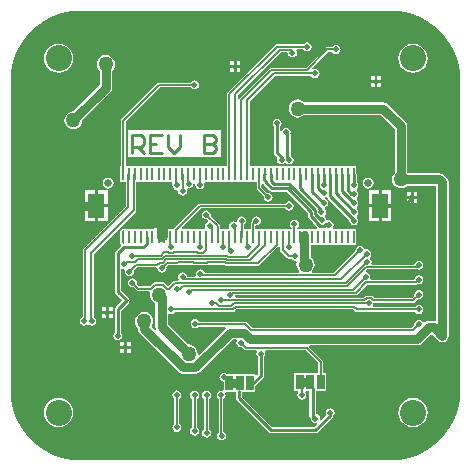
<source format=gtl>
G04 Layer_Physical_Order=1*
G04 Layer_Color=255*
%FSLAX42Y42*%
%MOMM*%
G71*
G01*
G75*
G04:AMPARAMS|DCode=10|XSize=0.25mm|YSize=1.12mm|CornerRadius=0.13mm|HoleSize=0mm|Usage=FLASHONLY|Rotation=180.000|XOffset=0mm|YOffset=0mm|HoleType=Round|Shape=RoundedRectangle|*
%AMROUNDEDRECTD10*
21,1,0.25,0.86,0,0,180.0*
21,1,0.00,1.12,0,0,180.0*
1,1,0.25,0.00,0.43*
1,1,0.25,0.00,0.43*
1,1,0.25,0.00,-0.43*
1,1,0.25,0.00,-0.43*
%
%ADD10ROUNDEDRECTD10*%
%ADD11R,0.25X1.12*%
%ADD12R,1.42X2.11*%
%ADD13R,0.64X1.27*%
%ADD14C,0.25*%
%ADD15C,0.80*%
%ADD16C,0.15*%
%ADD17C,0.15*%
%ADD18R,0.41X0.41*%
%ADD19C,2.21*%
%ADD20C,0.66*%
%ADD21R,0.41X0.41*%
%ADD22C,0.50*%
%ADD23C,1.27*%
%ADD24C,0.45*%
G36*
X7578Y6340D02*
X7625Y6332D01*
X7690Y6313D01*
X7753Y6287D01*
X7813Y6254D01*
X7868Y6215D01*
X7919Y6169D01*
X7965Y6118D01*
X8004Y6063D01*
X8037Y6003D01*
X8063Y5940D01*
X8082Y5875D01*
X8091Y5824D01*
X8090Y3053D01*
X8082Y3005D01*
X8063Y2940D01*
X8037Y2877D01*
X8004Y2817D01*
X7965Y2762D01*
X7919Y2711D01*
X7868Y2665D01*
X7813Y2626D01*
X7753Y2593D01*
X7690Y2567D01*
X7625Y2548D01*
X7577Y2540D01*
X4803Y2540D01*
X4755Y2548D01*
X4690Y2567D01*
X4627Y2593D01*
X4567Y2626D01*
X4512Y2665D01*
X4461Y2711D01*
X4415Y2762D01*
X4376Y2817D01*
X4343Y2877D01*
X4317Y2940D01*
X4298Y3005D01*
X4290Y3053D01*
X4290Y5827D01*
X4298Y5875D01*
X4317Y5940D01*
X4343Y6003D01*
X4376Y6063D01*
X4415Y6118D01*
X4461Y6169D01*
X4512Y6215D01*
X4567Y6254D01*
X4627Y6287D01*
X4690Y6313D01*
X4755Y6332D01*
X4803Y6340D01*
X7578Y6340D01*
D02*
G37*
%LPC*%
G36*
X4999Y4679D02*
X4915D01*
Y4561D01*
X4999D01*
Y4679D01*
D02*
G37*
G36*
X5108D02*
X5024D01*
Y4561D01*
X5108D01*
Y4679D01*
D02*
G37*
G36*
X5151Y3830D02*
X5118D01*
Y3797D01*
X5151D01*
Y3830D01*
D02*
G37*
G36*
Y3772D02*
X5118D01*
Y3739D01*
X5151D01*
Y3772D01*
D02*
G37*
G36*
X5093Y3830D02*
X5060D01*
Y3797D01*
X5093D01*
Y3830D01*
D02*
G37*
G36*
X5108Y4822D02*
X5024D01*
Y4704D01*
X5108D01*
Y4822D01*
D02*
G37*
G36*
X7400D02*
X7316D01*
Y4704D01*
X7400D01*
Y4822D01*
D02*
G37*
G36*
X4999D02*
X4915D01*
Y4704D01*
X4999D01*
Y4822D01*
D02*
G37*
G36*
X7400Y4679D02*
X7316D01*
Y4561D01*
X7400D01*
Y4679D01*
D02*
G37*
G36*
X7509D02*
X7426D01*
Y4561D01*
X7509D01*
Y4679D01*
D02*
G37*
G36*
X4691Y3063D02*
X4659Y3059D01*
X4629Y3046D01*
X4604Y3027D01*
X4584Y3001D01*
X4571Y2971D01*
X4567Y2939D01*
X4571Y2907D01*
X4584Y2877D01*
X4604Y2851D01*
X4629Y2831D01*
X4659Y2819D01*
X4691Y2815D01*
X4724Y2819D01*
X4754Y2831D01*
X4779Y2851D01*
X4799Y2877D01*
X4811Y2907D01*
X4816Y2939D01*
X4811Y2971D01*
X4799Y3001D01*
X4779Y3027D01*
X4754Y3046D01*
X4724Y3059D01*
X4691Y3063D01*
D02*
G37*
G36*
X7691D02*
X7659Y3059D01*
X7629Y3046D01*
X7603Y3027D01*
X7584Y3001D01*
X7571Y2971D01*
X7567Y2939D01*
X7571Y2907D01*
X7584Y2877D01*
X7603Y2851D01*
X7629Y2831D01*
X7659Y2819D01*
X7691Y2815D01*
X7723Y2819D01*
X7753Y2831D01*
X7779Y2851D01*
X7799Y2877D01*
X7811Y2907D01*
X7815Y2939D01*
X7811Y2971D01*
X7799Y3001D01*
X7779Y3027D01*
X7753Y3046D01*
X7723Y3059D01*
X7691Y3063D01*
D02*
G37*
G36*
X5691Y3127D02*
X5677Y3124D01*
X5664Y3116D01*
X5656Y3103D01*
X5653Y3089D01*
X5656Y3074D01*
X5664Y3061D01*
X5671Y3057D01*
Y2845D01*
X5664Y2841D01*
X5656Y2828D01*
X5653Y2814D01*
X5656Y2799D01*
X5664Y2786D01*
X5677Y2778D01*
X5691Y2775D01*
X5706Y2778D01*
X5718Y2786D01*
X5727Y2799D01*
X5730Y2814D01*
X5727Y2828D01*
X5718Y2841D01*
X5712Y2845D01*
Y3057D01*
X5718Y3061D01*
X5727Y3074D01*
X5730Y3089D01*
X5727Y3103D01*
X5718Y3116D01*
X5706Y3124D01*
X5691Y3127D01*
D02*
G37*
G36*
X5944Y3124D02*
X5929Y3121D01*
X5917Y3113D01*
X5908Y3101D01*
X5906Y3086D01*
X5908Y3071D01*
X5917Y3059D01*
X5923Y3054D01*
Y2798D01*
X5917Y2794D01*
X5908Y2781D01*
X5906Y2766D01*
X5908Y2752D01*
X5917Y2739D01*
X5929Y2731D01*
X5944Y2728D01*
X5959Y2731D01*
X5971Y2739D01*
X5979Y2752D01*
X5982Y2766D01*
X5979Y2781D01*
X5971Y2794D01*
X5965Y2798D01*
Y3054D01*
X5971Y3059D01*
X5979Y3071D01*
X5982Y3086D01*
X5979Y3101D01*
X5971Y3113D01*
X5959Y3121D01*
X5944Y3124D01*
D02*
G37*
G36*
X5842Y3126D02*
X5827Y3123D01*
X5815Y3115D01*
X5806Y3103D01*
X5804Y3088D01*
X5806Y3073D01*
X5815Y3061D01*
X5821Y3056D01*
Y2813D01*
X5815Y2808D01*
X5806Y2796D01*
X5804Y2781D01*
X5806Y2767D01*
X5815Y2754D01*
X5827Y2746D01*
X5842Y2743D01*
X5857Y2746D01*
X5869Y2754D01*
X5878Y2767D01*
X5880Y2781D01*
X5878Y2796D01*
X5869Y2808D01*
X5863Y2813D01*
Y3056D01*
X5869Y3061D01*
X5878Y3073D01*
X5880Y3088D01*
X5878Y3103D01*
X5869Y3115D01*
X5857Y3123D01*
X5842Y3126D01*
D02*
G37*
G36*
X5302Y3538D02*
X5269D01*
Y3505D01*
X5302D01*
Y3538D01*
D02*
G37*
G36*
X5093Y3772D02*
X5060D01*
Y3739D01*
X5093D01*
Y3772D01*
D02*
G37*
G36*
X5243Y3538D02*
X5210D01*
Y3505D01*
X5243D01*
Y3538D01*
D02*
G37*
G36*
Y3480D02*
X5210D01*
Y3447D01*
X5243D01*
Y3480D01*
D02*
G37*
G36*
X5302D02*
X5269D01*
Y3447D01*
X5302D01*
Y3480D01*
D02*
G37*
G36*
X4691Y6063D02*
X4659Y6059D01*
X4629Y6046D01*
X4604Y6026D01*
X4584Y6001D01*
X4571Y5971D01*
X4567Y5939D01*
X4571Y5906D01*
X4584Y5876D01*
X4604Y5851D01*
X4629Y5831D01*
X4659Y5819D01*
X4691Y5814D01*
X4724Y5819D01*
X4754Y5831D01*
X4779Y5851D01*
X4799Y5876D01*
X4811Y5906D01*
X4816Y5939D01*
X4811Y5971D01*
X4799Y6001D01*
X4779Y6026D01*
X4754Y6046D01*
X4724Y6059D01*
X4691Y6063D01*
D02*
G37*
G36*
X7691D02*
X7659Y6059D01*
X7629Y6046D01*
X7603Y6026D01*
X7584Y6001D01*
X7571Y5971D01*
X7567Y5939D01*
X7571Y5906D01*
X7584Y5876D01*
X7603Y5851D01*
X7629Y5831D01*
X7659Y5819D01*
X7691Y5814D01*
X7723Y5819D01*
X7753Y5831D01*
X7779Y5851D01*
X7799Y5876D01*
X7811Y5906D01*
X7815Y5939D01*
X7811Y5971D01*
X7799Y6001D01*
X7779Y6026D01*
X7753Y6046D01*
X7723Y6059D01*
X7691Y6063D01*
D02*
G37*
G36*
X7424Y5786D02*
X7391D01*
Y5753D01*
X7424D01*
Y5786D01*
D02*
G37*
G36*
Y5728D02*
X7391D01*
Y5695D01*
X7424D01*
Y5728D01*
D02*
G37*
G36*
X7366Y5786D02*
X7333D01*
Y5753D01*
X7366D01*
Y5786D01*
D02*
G37*
G36*
X6231Y5913D02*
X6198D01*
Y5880D01*
X6231D01*
Y5913D01*
D02*
G37*
G36*
X6794Y6074D02*
X6780Y6071D01*
X6767Y6063D01*
X6765Y6059D01*
X6541D01*
X6541Y6059D01*
X6533Y6058D01*
X6527Y6053D01*
X6122Y5649D01*
X6118Y5642D01*
X6116Y5634D01*
Y5025D01*
X5258D01*
Y5401D01*
X5550Y5693D01*
X5810D01*
X5814Y5686D01*
X5827Y5678D01*
X5841Y5675D01*
X5856Y5678D01*
X5868Y5686D01*
X5877Y5699D01*
X5880Y5714D01*
X5877Y5728D01*
X5868Y5741D01*
X5856Y5749D01*
X5841Y5752D01*
X5827Y5749D01*
X5814Y5741D01*
X5810Y5734D01*
X5541D01*
X5533Y5733D01*
X5531Y5731D01*
X5527Y5728D01*
X5527Y5728D01*
X5223Y5425D01*
X5218Y5418D01*
X5217Y5410D01*
X5217Y5410D01*
Y5025D01*
X5212D01*
Y4888D01*
X5258D01*
Y4684D01*
X4901Y4327D01*
X4896Y4321D01*
X4895Y4313D01*
Y3749D01*
X4895Y3749D01*
X4882Y3741D01*
X4874Y3728D01*
X4871Y3714D01*
X4874Y3699D01*
X4882Y3686D01*
X4895Y3678D01*
X4910Y3675D01*
X4924Y3678D01*
X4932Y3683D01*
X4941Y3685D01*
X4950Y3683D01*
X4957Y3678D01*
X4972Y3675D01*
X4987Y3678D01*
X4999Y3686D01*
X5008Y3699D01*
X5011Y3714D01*
X5008Y3728D01*
X4999Y3741D01*
X4987Y3749D01*
X4987Y3749D01*
Y4283D01*
X5344Y4640D01*
X5348Y4647D01*
X5350Y4655D01*
Y4888D01*
X5648D01*
X5655Y4875D01*
X5653Y4864D01*
X5656Y4849D01*
X5664Y4836D01*
X5677Y4828D01*
X5691Y4825D01*
X5694Y4826D01*
X5703Y4817D01*
X5703Y4814D01*
X5706Y4799D01*
X5714Y4786D01*
X5727Y4778D01*
X5741Y4775D01*
X5756Y4778D01*
X5768Y4786D01*
X5777Y4799D01*
X5780Y4814D01*
X5777Y4828D01*
X5784Y4840D01*
X5791Y4838D01*
X5806Y4841D01*
X5818Y4850D01*
X5827Y4862D01*
X5830Y4877D01*
X5841Y4880D01*
X5850Y4868D01*
X5849Y4867D01*
X5852Y4852D01*
X5861Y4840D01*
X5873Y4832D01*
X5888Y4829D01*
X5902Y4832D01*
X5915Y4840D01*
X5923Y4852D01*
X5926Y4867D01*
X5925Y4875D01*
X5933Y4888D01*
X6367D01*
Y4839D01*
X6369Y4831D01*
X6373Y4824D01*
X6427Y4770D01*
X6426Y4762D01*
X6429Y4748D01*
X6437Y4735D01*
X6450Y4727D01*
X6464Y4724D01*
X6479Y4727D01*
X6491Y4735D01*
X6500Y4748D01*
X6503Y4762D01*
X6500Y4777D01*
X6491Y4790D01*
X6479Y4798D01*
X6464Y4801D01*
X6457Y4799D01*
X6408Y4847D01*
Y4868D01*
X6421Y4877D01*
X6426Y4876D01*
X6431Y4868D01*
X6481Y4819D01*
X6489Y4813D01*
X6499Y4811D01*
X6619D01*
X6802Y4628D01*
Y4602D01*
X6804Y4592D01*
X6809Y4584D01*
X6846Y4547D01*
X6847Y4541D01*
X6853Y4533D01*
X6880Y4506D01*
X6877Y4495D01*
X6875Y4493D01*
X6716D01*
X6712Y4506D01*
X6715Y4508D01*
X6723Y4521D01*
X6726Y4535D01*
X6723Y4550D01*
X6715Y4562D01*
X6703Y4571D01*
X6688Y4574D01*
X6673Y4571D01*
X6661Y4562D01*
X6652Y4550D01*
X6649Y4535D01*
X6652Y4521D01*
X6661Y4508D01*
X6664Y4506D01*
X6660Y4493D01*
X6358D01*
Y4514D01*
X6366Y4525D01*
X6381Y4528D01*
X6393Y4536D01*
X6402Y4549D01*
X6405Y4564D01*
X6402Y4578D01*
X6393Y4591D01*
X6381Y4599D01*
X6366Y4602D01*
X6352Y4599D01*
X6339Y4591D01*
X6331Y4578D01*
X6328Y4564D01*
X6329Y4556D01*
X6323Y4550D01*
X6319Y4543D01*
X6317Y4535D01*
Y4493D01*
X6262D01*
Y4532D01*
X6268Y4536D01*
X6277Y4549D01*
X6280Y4564D01*
X6277Y4578D01*
X6268Y4591D01*
X6256Y4599D01*
X6241Y4602D01*
X6227Y4599D01*
X6214Y4591D01*
X6206Y4578D01*
X6203Y4564D01*
X6203Y4561D01*
X6192Y4553D01*
X6187Y4557D01*
X6172Y4560D01*
X6157Y4557D01*
X6145Y4548D01*
X6137Y4536D01*
X6134Y4521D01*
X6137Y4506D01*
X6137Y4506D01*
X6130Y4493D01*
X6058D01*
Y4517D01*
X6057Y4525D01*
X6052Y4532D01*
X5978Y4606D01*
X5980Y4614D01*
X5977Y4628D01*
X5968Y4641D01*
X5956Y4649D01*
X5941Y4652D01*
X5927Y4649D01*
X5914Y4641D01*
X5906Y4628D01*
X5903Y4614D01*
X5906Y4599D01*
X5914Y4586D01*
X5927Y4578D01*
X5941Y4575D01*
X5947Y4576D01*
X5956Y4567D01*
X5952Y4555D01*
X5942Y4548D01*
X5933Y4536D01*
X5931Y4521D01*
X5933Y4506D01*
X5934Y4506D01*
X5927Y4493D01*
X5741D01*
X5736Y4505D01*
X5899Y4668D01*
X6610D01*
X6614Y4661D01*
X6627Y4653D01*
X6641Y4650D01*
X6656Y4653D01*
X6668Y4661D01*
X6677Y4674D01*
X6680Y4689D01*
X6677Y4703D01*
X6668Y4716D01*
X6656Y4724D01*
X6641Y4727D01*
X6627Y4724D01*
X6614Y4716D01*
X6610Y4709D01*
X5890D01*
X5882Y4708D01*
X5876Y4703D01*
X5672Y4500D01*
X5668Y4493D01*
X5668Y4493D01*
X5624D01*
Y4506D01*
X5598D01*
Y4425D01*
X5573D01*
Y4506D01*
X5550D01*
Y4425D01*
X5524D01*
Y4506D01*
X5499D01*
Y4493D01*
X5260D01*
X5260Y4493D01*
Y4493D01*
X5248Y4492D01*
X5247Y4492D01*
X5237Y4494D01*
X5228Y4492D01*
X5219Y4486D01*
X5214Y4478D01*
X5212Y4468D01*
Y4381D01*
X5214Y4372D01*
X5219Y4363D01*
X5216Y4350D01*
X5173Y4307D01*
X5167Y4298D01*
X5165Y4288D01*
Y3964D01*
X5167Y3954D01*
X5173Y3946D01*
X5230Y3889D01*
X5173Y3832D01*
X5167Y3824D01*
X5165Y3814D01*
Y3617D01*
X5164Y3616D01*
X5156Y3603D01*
X5153Y3589D01*
X5156Y3574D01*
X5164Y3561D01*
X5177Y3553D01*
X5191Y3550D01*
X5206Y3553D01*
X5218Y3561D01*
X5227Y3574D01*
X5230Y3589D01*
X5227Y3603D01*
X5218Y3616D01*
X5217Y3617D01*
Y3803D01*
X5285Y3870D01*
X5290Y3879D01*
X5292Y3889D01*
X5290Y3899D01*
X5285Y3907D01*
X5217Y3975D01*
Y4152D01*
X5229Y4159D01*
X5241Y4157D01*
X5248Y4158D01*
X5256Y4147D01*
X5253Y4132D01*
X5256Y4118D01*
X5264Y4105D01*
X5277Y4097D01*
X5291Y4094D01*
X5306Y4097D01*
X5318Y4105D01*
X5327Y4118D01*
X5330Y4132D01*
X5328Y4140D01*
X5356Y4168D01*
X5516D01*
X5528Y4164D01*
X5531Y4149D01*
X5539Y4136D01*
X5552Y4128D01*
X5566Y4125D01*
X5581Y4128D01*
X5593Y4136D01*
X5602Y4149D01*
X5605Y4164D01*
X5603Y4171D01*
X5621Y4190D01*
X5694D01*
X5702Y4191D01*
X5705Y4193D01*
X5828D01*
X5830Y4191D01*
X5838Y4190D01*
X5944D01*
X5952Y4191D01*
X5955Y4193D01*
X6088D01*
X6091Y4190D01*
X6097Y4186D01*
X6105Y4184D01*
X6382D01*
X6390Y4186D01*
X6397Y4190D01*
X6552Y4346D01*
X6555Y4349D01*
X6567Y4345D01*
Y4317D01*
X6569Y4309D01*
X6573Y4302D01*
X6627Y4249D01*
X6633Y4245D01*
X6641Y4243D01*
X6660D01*
X6664Y4236D01*
X6677Y4228D01*
X6691Y4225D01*
X6701Y4227D01*
X6710Y4217D01*
X6708Y4211D01*
X6705Y4191D01*
X6708Y4171D01*
X6715Y4153D01*
X6727Y4137D01*
X6729Y4136D01*
X6725Y4123D01*
X5941D01*
X5941Y4123D01*
X5928D01*
X5927Y4128D01*
X5918Y4141D01*
X5906Y4149D01*
X5891Y4152D01*
X5877Y4149D01*
X5864Y4141D01*
X5856Y4128D01*
X5853Y4114D01*
X5855Y4102D01*
X5848Y4089D01*
X5780D01*
X5777Y4103D01*
X5768Y4116D01*
X5756Y4124D01*
X5741Y4127D01*
X5727Y4124D01*
X5714Y4116D01*
X5706Y4103D01*
X5703Y4089D01*
X5706Y4074D01*
X5709Y4069D01*
X5702Y4057D01*
X5675D01*
X5667Y4055D01*
X5660Y4051D01*
X5619Y4009D01*
X5618D01*
X5590Y4037D01*
X5584Y4041D01*
X5576Y4043D01*
X5507D01*
X5499Y4041D01*
X5492Y4037D01*
X5464Y4009D01*
X5375D01*
X5353Y4031D01*
X5355Y4039D01*
X5352Y4053D01*
X5343Y4066D01*
X5331Y4074D01*
X5316Y4077D01*
X5302Y4074D01*
X5289Y4066D01*
X5281Y4053D01*
X5278Y4039D01*
X5281Y4024D01*
X5289Y4011D01*
X5302Y4003D01*
X5316Y4000D01*
X5324Y4002D01*
X5352Y3974D01*
X5358Y3970D01*
X5366Y3968D01*
X5459D01*
X5467Y3955D01*
X5464Y3939D01*
X5467Y3919D01*
X5475Y3900D01*
X5487Y3884D01*
X5503Y3872D01*
X5510Y3869D01*
Y3666D01*
X5514Y3646D01*
X5514Y3645D01*
X5504Y3637D01*
X5476Y3666D01*
X5483Y3675D01*
X5490Y3694D01*
X5493Y3714D01*
X5490Y3734D01*
X5483Y3752D01*
X5471Y3768D01*
X5455Y3780D01*
X5436Y3788D01*
X5416Y3791D01*
X5396Y3788D01*
X5378Y3780D01*
X5362Y3768D01*
X5350Y3752D01*
X5342Y3734D01*
X5339Y3714D01*
X5342Y3694D01*
X5350Y3675D01*
X5362Y3659D01*
X5363Y3659D01*
Y3649D01*
X5367Y3629D01*
X5378Y3611D01*
X5705Y3284D01*
X5723Y3273D01*
X5743Y3269D01*
X5850D01*
X5871Y3273D01*
X5888Y3284D01*
X6166Y3562D01*
X6196D01*
X6203Y3549D01*
X6200Y3545D01*
X6197Y3531D01*
X6200Y3516D01*
X6209Y3503D01*
X6221Y3495D01*
X6236Y3492D01*
X6243Y3494D01*
X6263Y3474D01*
X6270Y3470D01*
X6278Y3468D01*
X6362D01*
X6369Y3455D01*
X6368Y3454D01*
X6365Y3439D01*
X6368Y3425D01*
X6376Y3412D01*
X6378Y3411D01*
Y3262D01*
X6368Y3252D01*
X6356Y3257D01*
Y3264D01*
X6120D01*
X6118Y3266D01*
X6106Y3274D01*
X6091Y3277D01*
X6077Y3274D01*
X6064Y3266D01*
X6056Y3253D01*
X6053Y3239D01*
X6056Y3224D01*
X6064Y3211D01*
X6077Y3203D01*
X6090Y3201D01*
Y3132D01*
X6077Y3124D01*
X6067Y3126D01*
X6052Y3124D01*
X6040Y3115D01*
X6031Y3103D01*
X6028Y3088D01*
X6031Y3073D01*
X6040Y3061D01*
X6046Y3057D01*
Y2772D01*
X6043Y2770D01*
X6035Y2758D01*
X6032Y2743D01*
X6035Y2728D01*
X6043Y2716D01*
X6056Y2708D01*
X6071Y2705D01*
X6085Y2708D01*
X6098Y2716D01*
X6106Y2728D01*
X6109Y2743D01*
X6106Y2758D01*
X6098Y2770D01*
X6087Y2778D01*
Y3056D01*
X6094Y3061D01*
X6102Y3073D01*
X6105Y3088D01*
X6103Y3099D01*
X6111Y3111D01*
X6190D01*
Y3064D01*
X6192Y3054D01*
X6198Y3045D01*
X6473Y2770D01*
X6481Y2765D01*
X6491Y2763D01*
X6866D01*
X6876Y2765D01*
X6885Y2770D01*
X7010Y2895D01*
X7015Y2904D01*
X7016Y2910D01*
X7018Y2911D01*
X7027Y2924D01*
X7030Y2939D01*
X7027Y2953D01*
X7018Y2966D01*
X7006Y2974D01*
X6991Y2977D01*
X6977Y2974D01*
X6964Y2966D01*
X6956Y2953D01*
X6953Y2939D01*
X6956Y2924D01*
X6959Y2918D01*
X6915Y2874D01*
X6903Y2880D01*
X6905Y2889D01*
X6902Y2903D01*
X6893Y2916D01*
X6881Y2924D01*
X6867Y2927D01*
Y3124D01*
X6953D01*
Y3277D01*
X6929D01*
Y3371D01*
X6928Y3379D01*
X6923Y3386D01*
X6812Y3497D01*
X6817Y3510D01*
X7726D01*
X7747Y3514D01*
X7764Y3526D01*
X7846Y3608D01*
X7903Y3551D01*
X7921Y3539D01*
X7941Y3535D01*
X7962Y3539D01*
X7979Y3551D01*
X7991Y3568D01*
X7995Y3589D01*
Y4889D01*
X7991Y4909D01*
X7979Y4927D01*
X7954Y4952D01*
X7937Y4963D01*
X7916Y4967D01*
X7646D01*
X7646Y4968D01*
X7645Y4968D01*
Y5364D01*
X7641Y5384D01*
X7629Y5402D01*
X7479Y5552D01*
X7462Y5563D01*
X7441Y5567D01*
X6771D01*
X6771Y5568D01*
X6755Y5580D01*
X6736Y5588D01*
X6716Y5591D01*
X6696Y5588D01*
X6678Y5580D01*
X6662Y5568D01*
X6650Y5552D01*
X6642Y5534D01*
X6639Y5514D01*
X6642Y5494D01*
X6650Y5475D01*
X6662Y5459D01*
X6678Y5447D01*
X6696Y5439D01*
X6716Y5437D01*
X6736Y5439D01*
X6755Y5447D01*
X6771Y5459D01*
X6771Y5460D01*
X7419D01*
X7538Y5341D01*
Y4968D01*
X7537Y4968D01*
X7525Y4952D01*
X7517Y4934D01*
X7514Y4914D01*
X7517Y4894D01*
X7525Y4875D01*
X7537Y4859D01*
X7553Y4847D01*
X7571Y4839D01*
X7591Y4837D01*
X7611Y4839D01*
X7630Y4847D01*
X7646Y4859D01*
X7646Y4860D01*
X7888D01*
Y3726D01*
X7875Y3716D01*
X7866Y3717D01*
X7826D01*
X7806Y3713D01*
X7790Y3703D01*
X7784Y3703D01*
X7784Y3703D01*
X7775Y3706D01*
X7768Y3716D01*
X7756Y3724D01*
X7741Y3727D01*
X7727Y3724D01*
X7714Y3716D01*
X7706Y3703D01*
X7703Y3689D01*
X7704Y3681D01*
X7683Y3659D01*
X6331D01*
X6287Y3703D01*
X6281Y3708D01*
X6273Y3709D01*
X5881D01*
X5873Y3721D01*
X5861Y3729D01*
X5846Y3732D01*
X5831Y3729D01*
X5819Y3721D01*
X5811Y3708D01*
X5808Y3693D01*
X5811Y3679D01*
X5819Y3666D01*
X5831Y3658D01*
X5846Y3655D01*
X5861Y3658D01*
X5873Y3666D01*
X5874Y3668D01*
X6104D01*
X6108Y3655D01*
X6105Y3654D01*
X5880Y3428D01*
X5867Y3434D01*
X5868Y3439D01*
X5865Y3459D01*
X5858Y3477D01*
X5846Y3493D01*
X5830Y3505D01*
X5811Y3513D01*
X5791Y3516D01*
X5790Y3515D01*
X5617Y3689D01*
Y3770D01*
X5630Y3777D01*
X5641Y3775D01*
X5656Y3778D01*
X5668Y3786D01*
X5673Y3793D01*
X6166D01*
X6174Y3795D01*
X6181Y3799D01*
X6197Y3815D01*
X7185D01*
X7202Y3799D01*
X7208Y3795D01*
X7216Y3793D01*
X7710D01*
X7714Y3786D01*
X7727Y3778D01*
X7741Y3775D01*
X7756Y3778D01*
X7768Y3786D01*
X7777Y3799D01*
X7780Y3814D01*
X7777Y3828D01*
X7768Y3841D01*
X7756Y3849D01*
X7741Y3852D01*
X7727Y3849D01*
X7714Y3841D01*
X7710Y3834D01*
X7357D01*
X7350Y3847D01*
X7352Y3849D01*
X7355Y3864D01*
X7367Y3868D01*
X7691D01*
X7699Y3870D01*
X7706Y3874D01*
X7733Y3901D01*
X7741Y3900D01*
X7755Y3902D01*
X7768Y3911D01*
X7776Y3923D01*
X7779Y3938D01*
X7776Y3953D01*
X7768Y3965D01*
X7755Y3974D01*
X7741Y3976D01*
X7726Y3974D01*
X7713Y3965D01*
X7705Y3953D01*
X7702Y3938D01*
X7704Y3930D01*
X7683Y3909D01*
X7364D01*
X7350Y3923D01*
X7343Y3928D01*
X7335Y3929D01*
X7298D01*
X7290Y3928D01*
X7283Y3923D01*
X7283Y3923D01*
X7271Y3912D01*
X6190D01*
X6183Y3924D01*
X6187Y3932D01*
X7205D01*
X7213Y3934D01*
X7220Y3938D01*
X7305Y4023D01*
X7720D01*
X7728Y4024D01*
X7733Y4028D01*
X7741Y4026D01*
X7756Y4029D01*
X7768Y4037D01*
X7777Y4050D01*
X7780Y4064D01*
X7777Y4079D01*
X7768Y4092D01*
X7756Y4100D01*
X7741Y4103D01*
X7727Y4100D01*
X7714Y4092D01*
X7706Y4079D01*
X7703Y4064D01*
X7703Y4064D01*
X7334D01*
X7327Y4077D01*
X7330Y4089D01*
X7327Y4103D01*
X7318Y4116D01*
X7306Y4124D01*
X7298Y4126D01*
X7294Y4140D01*
X7305Y4151D01*
X7724D01*
X7731Y4152D01*
X7741Y4150D01*
X7756Y4153D01*
X7768Y4161D01*
X7777Y4174D01*
X7779Y4188D01*
X7777Y4203D01*
X7768Y4216D01*
X7756Y4224D01*
X7741Y4227D01*
X7726Y4224D01*
X7714Y4216D01*
X7706Y4203D01*
X7703Y4192D01*
X7346D01*
X7339Y4204D01*
X7341Y4216D01*
X7338Y4231D01*
X7330Y4244D01*
X7328Y4245D01*
Y4245D01*
X7329Y4259D01*
X7336Y4269D01*
X7339Y4284D01*
X7336Y4299D01*
X7328Y4311D01*
X7315Y4320D01*
X7300Y4323D01*
X7286Y4320D01*
X7283Y4321D01*
X7276Y4329D01*
X7268Y4341D01*
X7256Y4349D01*
X7241Y4352D01*
X7227Y4349D01*
X7214Y4341D01*
X7206Y4328D01*
X7203Y4314D01*
X7204Y4306D01*
X7021Y4123D01*
X6839D01*
X6835Y4136D01*
X6836Y4137D01*
X6848Y4153D01*
X6856Y4171D01*
X6859Y4191D01*
X6856Y4211D01*
X6848Y4229D01*
X6836Y4245D01*
X6826Y4253D01*
Y4356D01*
X7213D01*
Y4493D01*
X7017D01*
X7016Y4494D01*
X7012Y4506D01*
X7018Y4515D01*
X7021Y4530D01*
X7018Y4544D01*
X7009Y4557D01*
X6997Y4565D01*
X6982Y4568D01*
X6972Y4566D01*
X6963Y4570D01*
X6959Y4575D01*
X6957Y4587D01*
X6949Y4599D01*
X6947Y4600D01*
X6946Y4616D01*
X6952Y4624D01*
X6955Y4639D01*
X6952Y4653D01*
X6946Y4663D01*
X6949Y4675D01*
X6950Y4677D01*
X6961Y4685D01*
X6970Y4697D01*
X6973Y4712D01*
X6970Y4726D01*
X6961Y4739D01*
X6949Y4747D01*
X6945Y4748D01*
X6943Y4751D01*
X6949Y4765D01*
X6950Y4766D01*
X6964Y4761D01*
X6970Y4752D01*
X7154Y4568D01*
X7153Y4564D01*
X7156Y4549D01*
X7164Y4536D01*
X7177Y4528D01*
X7191Y4525D01*
X7206Y4528D01*
X7218Y4536D01*
X7227Y4549D01*
X7230Y4564D01*
X7227Y4578D01*
X7218Y4591D01*
X7214Y4594D01*
Y4609D01*
X7218Y4611D01*
X7227Y4624D01*
X7230Y4639D01*
X7227Y4653D01*
X7218Y4666D01*
X7214Y4669D01*
Y4684D01*
X7218Y4686D01*
X7227Y4699D01*
X7230Y4714D01*
X7227Y4728D01*
X7218Y4741D01*
X7214Y4744D01*
Y4759D01*
X7218Y4761D01*
X7227Y4774D01*
X7230Y4789D01*
X7227Y4803D01*
X7218Y4816D01*
X7214Y4819D01*
Y4834D01*
X7218Y4836D01*
X7227Y4849D01*
X7230Y4864D01*
X7227Y4878D01*
X7218Y4891D01*
X7214Y4894D01*
Y4956D01*
X7213Y4959D01*
Y5025D01*
X6308D01*
Y5577D01*
X6522Y5790D01*
X6832D01*
X6836Y5784D01*
X6849Y5775D01*
X6864Y5773D01*
X6878Y5775D01*
X6891Y5784D01*
X6899Y5796D01*
X6902Y5811D01*
X6899Y5826D01*
X6891Y5838D01*
X6878Y5846D01*
X6864Y5849D01*
X6849Y5846D01*
X6841Y5841D01*
X6833Y5851D01*
X6975Y5993D01*
X7010D01*
X7014Y5986D01*
X7027Y5978D01*
X7041Y5975D01*
X7056Y5978D01*
X7068Y5986D01*
X7077Y5999D01*
X7080Y6014D01*
X7077Y6028D01*
X7068Y6041D01*
X7056Y6049D01*
X7041Y6052D01*
X7027Y6049D01*
X7014Y6041D01*
X7010Y6034D01*
X6966D01*
X6958Y6033D01*
X6952Y6028D01*
X6783Y5859D01*
X6491D01*
X6491Y5859D01*
X6483Y5858D01*
X6477Y5853D01*
X6223Y5600D01*
X6221Y5596D01*
X6208Y5599D01*
Y5626D01*
X6572Y5990D01*
X6627D01*
X6632Y5985D01*
X6635Y5970D01*
X6643Y5958D01*
X6655Y5949D01*
X6670Y5946D01*
X6685Y5949D01*
X6697Y5958D01*
X6706Y5970D01*
X6708Y5985D01*
X6706Y6000D01*
X6702Y6005D01*
X6708Y6018D01*
X6761D01*
X6767Y6008D01*
X6780Y6000D01*
X6794Y5997D01*
X6809Y6000D01*
X6822Y6008D01*
X6830Y6021D01*
X6833Y6035D01*
X6830Y6050D01*
X6822Y6063D01*
X6809Y6071D01*
X6794Y6074D01*
D02*
G37*
G36*
X6172Y5913D02*
X6139D01*
Y5880D01*
X6172D01*
Y5913D01*
D02*
G37*
G36*
Y5855D02*
X6139D01*
Y5822D01*
X6172D01*
Y5855D01*
D02*
G37*
G36*
X6231D02*
X6198D01*
Y5822D01*
X6231D01*
Y5855D01*
D02*
G37*
G36*
X7366Y5728D02*
X7333D01*
Y5695D01*
X7366D01*
Y5728D01*
D02*
G37*
G36*
X7671Y4808D02*
X7638D01*
Y4775D01*
X7671D01*
Y4808D01*
D02*
G37*
G36*
X7729D02*
X7696D01*
Y4775D01*
X7729D01*
Y4808D01*
D02*
G37*
G36*
Y4750D02*
X7696D01*
Y4717D01*
X7729D01*
Y4750D01*
D02*
G37*
G36*
X7509Y4822D02*
X7426D01*
Y4704D01*
X7509D01*
Y4822D01*
D02*
G37*
G36*
X7671Y4750D02*
X7638D01*
Y4717D01*
X7671D01*
Y4750D01*
D02*
G37*
G36*
X5110Y4928D02*
X5093Y4924D01*
X5078Y4914D01*
X5067Y4899D01*
X5064Y4881D01*
X5067Y4864D01*
X5078Y4848D01*
X5093Y4838D01*
X5110Y4835D01*
X5128Y4838D01*
X5143Y4848D01*
X5154Y4864D01*
X5157Y4881D01*
X5154Y4899D01*
X5143Y4914D01*
X5128Y4924D01*
X5110Y4928D01*
D02*
G37*
G36*
X6065Y5329D02*
X5278D01*
Y5101D01*
X6065D01*
Y5329D01*
D02*
G37*
G36*
X5091Y5966D02*
X5071Y5963D01*
X5053Y5955D01*
X5037Y5943D01*
X5025Y5927D01*
X5017Y5909D01*
X5014Y5889D01*
X5017Y5869D01*
X5025Y5850D01*
X5037Y5834D01*
X5038Y5834D01*
Y5711D01*
X4817Y5490D01*
X4816Y5491D01*
X4796Y5488D01*
X4778Y5480D01*
X4762Y5468D01*
X4750Y5452D01*
X4742Y5434D01*
X4739Y5414D01*
X4742Y5394D01*
X4750Y5375D01*
X4762Y5359D01*
X4778Y5347D01*
X4796Y5339D01*
X4816Y5337D01*
X4836Y5339D01*
X4855Y5347D01*
X4871Y5359D01*
X4883Y5375D01*
X4890Y5394D01*
X4893Y5414D01*
X4893Y5414D01*
X5129Y5651D01*
X5141Y5668D01*
X5145Y5689D01*
Y5834D01*
X5146Y5834D01*
X5158Y5850D01*
X5165Y5869D01*
X5168Y5889D01*
X5165Y5909D01*
X5158Y5927D01*
X5146Y5943D01*
X5130Y5955D01*
X5111Y5963D01*
X5091Y5966D01*
D02*
G37*
G36*
X6541Y5427D02*
X6527Y5424D01*
X6514Y5416D01*
X6506Y5403D01*
X6503Y5389D01*
X6506Y5374D01*
X6514Y5361D01*
X6515Y5361D01*
Y5137D01*
X6517Y5127D01*
X6523Y5119D01*
X6545Y5097D01*
X6543Y5095D01*
X6540Y5080D01*
X6543Y5065D01*
X6551Y5053D01*
X6564Y5044D01*
X6579Y5042D01*
X6593Y5044D01*
X6602Y5050D01*
X6610Y5052D01*
X6619Y5050D01*
X6627Y5044D01*
X6642Y5042D01*
X6657Y5044D01*
X6669Y5053D01*
X6678Y5065D01*
X6681Y5080D01*
X6678Y5095D01*
X6669Y5107D01*
X6657Y5116D01*
X6655Y5116D01*
Y5301D01*
X6654Y5308D01*
X6655Y5314D01*
X6652Y5328D01*
X6643Y5341D01*
X6631Y5349D01*
X6616Y5352D01*
X6602Y5349D01*
X6589Y5341D01*
X6581Y5328D01*
X6580Y5324D01*
X6567Y5325D01*
Y5361D01*
X6568Y5361D01*
X6577Y5374D01*
X6580Y5389D01*
X6577Y5403D01*
X6568Y5416D01*
X6556Y5424D01*
X6541Y5427D01*
D02*
G37*
G36*
X7313Y4928D02*
X7295Y4924D01*
X7280Y4914D01*
X7270Y4899D01*
X7266Y4881D01*
X7270Y4864D01*
X7280Y4848D01*
X7295Y4838D01*
X7313Y4835D01*
X7331Y4838D01*
X7346Y4848D01*
X7356Y4864D01*
X7359Y4881D01*
X7356Y4899D01*
X7346Y4914D01*
X7331Y4924D01*
X7313Y4928D01*
D02*
G37*
%LPD*%
G36*
X6888Y3363D02*
Y3277D01*
X6687D01*
Y3202D01*
X6686Y3200D01*
X6687Y3199D01*
Y3124D01*
X6715D01*
X6720Y3111D01*
X6715Y3103D01*
X6712Y3089D01*
X6715Y3074D01*
X6723Y3061D01*
X6736Y3053D01*
X6750Y3050D01*
X6765Y3053D01*
X6778Y3061D01*
X6786Y3074D01*
X6789Y3089D01*
X6786Y3103D01*
X6780Y3111D01*
X6786Y3124D01*
X6815D01*
Y2914D01*
X6817Y2904D01*
X6823Y2895D01*
X6828Y2890D01*
X6828Y2889D01*
X6831Y2874D01*
X6839Y2861D01*
X6852Y2853D01*
X6866Y2850D01*
X6875Y2852D01*
X6881Y2840D01*
X6856Y2815D01*
X6502D01*
X6242Y3074D01*
Y3111D01*
X6356D01*
Y3168D01*
X6360Y3170D01*
X6422Y3233D01*
X6428Y3241D01*
X6430Y3251D01*
Y3411D01*
X6431Y3412D01*
X6439Y3425D01*
X6442Y3439D01*
X6439Y3454D01*
X6438Y3455D01*
X6445Y3468D01*
X6783D01*
X6888Y3363D01*
D02*
G37*
D10*
X5237Y4425D02*
D03*
D11*
X5286D02*
D03*
X5337D02*
D03*
X5387D02*
D03*
X5436D02*
D03*
X5486D02*
D03*
X5537D02*
D03*
X5585D02*
D03*
X5636D02*
D03*
X5687D02*
D03*
X5735D02*
D03*
X5786D02*
D03*
X5837D02*
D03*
X5888D02*
D03*
X5936D02*
D03*
X5987D02*
D03*
X6038D02*
D03*
X6086D02*
D03*
X6137D02*
D03*
X6187D02*
D03*
X6238D02*
D03*
X6288D02*
D03*
X6338D02*
D03*
X6388D02*
D03*
X6438D02*
D03*
X6488D02*
D03*
X6538D02*
D03*
X6588D02*
D03*
X6638D02*
D03*
X6688D02*
D03*
X5237Y4956D02*
D03*
X5286D02*
D03*
X5337D02*
D03*
X5387D02*
D03*
X5436D02*
D03*
X5486D02*
D03*
X5537D02*
D03*
X5585D02*
D03*
X5636D02*
D03*
X5687D02*
D03*
X5735D02*
D03*
X5786D02*
D03*
X5837D02*
D03*
X5888D02*
D03*
X5936D02*
D03*
X5987D02*
D03*
X6038D02*
D03*
X6086D02*
D03*
X6137D02*
D03*
X6187D02*
D03*
X6238D02*
D03*
X6288D02*
D03*
X6338D02*
D03*
X6388D02*
D03*
X6438D02*
D03*
X6488D02*
D03*
X6538D02*
D03*
X6588D02*
D03*
X6638D02*
D03*
X6688D02*
D03*
X6738Y4425D02*
D03*
Y4956D02*
D03*
X6788Y4425D02*
D03*
Y4956D02*
D03*
X6838Y4425D02*
D03*
Y4956D02*
D03*
X6888Y4425D02*
D03*
Y4956D02*
D03*
X6938Y4425D02*
D03*
Y4956D02*
D03*
X6988Y4425D02*
D03*
Y4956D02*
D03*
X7038Y4425D02*
D03*
Y4956D02*
D03*
X7088Y4425D02*
D03*
Y4956D02*
D03*
X7138Y4425D02*
D03*
Y4956D02*
D03*
X7188Y4425D02*
D03*
Y4956D02*
D03*
D12*
X7413Y4691D02*
D03*
X5011D02*
D03*
D13*
X6312Y3188D02*
D03*
X6223D02*
D03*
X6134D02*
D03*
X6909Y3200D02*
D03*
X6820D02*
D03*
X6731D02*
D03*
D14*
X5256Y3492D02*
Y3703D01*
X5366Y3814D01*
X5366D01*
X5162Y3492D02*
X5256D01*
X5105Y3549D02*
X5162Y3492D01*
X5105Y3549D02*
Y3785D01*
X5191Y3589D02*
Y3814D01*
X5266Y3889D01*
X5191Y3964D02*
X5266Y3889D01*
X6820Y3166D02*
X6841Y3145D01*
Y2914D02*
Y3145D01*
X6341Y3189D02*
X6404Y3251D01*
X6316Y3189D02*
X6341D01*
X6316Y3162D02*
Y3189D01*
X6216Y3064D02*
Y3126D01*
Y3064D02*
X6491Y2789D01*
X6091Y3239D02*
X6142Y3188D01*
X6172D01*
X6841Y2914D02*
X6866Y2889D01*
Y2789D02*
X6991Y2914D01*
X6491Y2789D02*
X6866D01*
X6991Y2914D02*
Y2939D01*
X6161Y3187D02*
X6236Y3162D01*
X6629Y5093D02*
X6642Y5080D01*
X6629Y5093D02*
Y5301D01*
X6616Y5314D02*
X6629Y5301D01*
X7120Y3410D02*
X7538D01*
X7591Y3464D01*
X5406Y4339D02*
X5436Y4368D01*
X5241Y4339D02*
X5406D01*
X5191Y4288D02*
X5241Y4339D01*
X5436Y4368D02*
Y4425D01*
X5191Y3964D02*
Y4288D01*
X6450Y4886D02*
X6499Y4837D01*
X6450Y4886D02*
Y4890D01*
X6426Y4914D02*
X6450Y4890D01*
X6488Y4902D02*
Y4956D01*
Y4902D02*
X6515Y4875D01*
X6426Y4956D02*
X6438D01*
X6426Y4914D02*
Y4956D01*
X6499Y4837D02*
X6630D01*
X6515Y4875D02*
X6646D01*
X7341Y3189D02*
X7766D01*
X7191Y3039D02*
X7341Y3189D01*
X6541Y5137D02*
Y5389D01*
Y5137D02*
X6579Y5100D01*
Y5080D02*
Y5100D01*
X7612Y4691D02*
X7683Y4762D01*
X7413Y4691D02*
X7612D01*
X6958Y4538D02*
X6974Y4522D01*
X6942D02*
X6958Y4538D01*
X6901Y4522D02*
X6942D01*
X6871Y4551D02*
X6901Y4522D01*
X6871Y4551D02*
Y4559D01*
X6828Y4602D02*
X6871Y4559D01*
X6828Y4602D02*
Y4639D01*
X6630Y4837D02*
X6828Y4639D01*
X6866Y4618D02*
X6912Y4572D01*
X6921D01*
X6866Y4618D02*
Y4655D01*
X6646Y4875D02*
X6866Y4655D01*
X6738Y4837D02*
Y4956D01*
Y4837D02*
X6916Y4658D01*
Y4639D02*
Y4658D01*
X6988Y4771D02*
Y4956D01*
Y4771D02*
X7191Y4567D01*
Y4564D02*
Y4567D01*
X7038Y4796D02*
Y4956D01*
Y4796D02*
X7191Y4642D01*
Y4639D02*
Y4642D01*
X7138Y4821D02*
Y4956D01*
Y4821D02*
X7170Y4789D01*
X7191D01*
X7088Y4817D02*
X7191Y4714D01*
X7088Y4817D02*
Y4956D01*
X6974Y4522D02*
X6982Y4530D01*
X6838Y4808D02*
X6934Y4712D01*
X6838Y4808D02*
Y4956D01*
X6926Y4801D02*
X6934D01*
X6884Y4843D02*
X6926Y4801D01*
X6884Y4843D02*
Y4952D01*
X6888Y4956D01*
X6934Y4864D02*
X6938Y4868D01*
Y4956D01*
X7188Y4867D02*
X7191Y4864D01*
X7188Y4867D02*
Y4956D01*
X6404Y3251D02*
Y3439D01*
X5316Y5139D02*
Y5291D01*
X5392D01*
X5418Y5266D01*
Y5215D01*
X5392Y5189D01*
X5316D01*
X5367D02*
X5418Y5139D01*
X5570Y5291D02*
X5469D01*
Y5139D01*
X5570D01*
X5469Y5215D02*
X5519D01*
X5621Y5291D02*
Y5189D01*
X5672Y5139D01*
X5723Y5189D01*
Y5291D01*
X5926D02*
Y5139D01*
X6002D01*
X6027Y5164D01*
Y5189D01*
X6002Y5215D01*
X5926D01*
X6002D01*
X6027Y5240D01*
Y5266D01*
X6002Y5291D01*
X5926D01*
D15*
X5416Y3649D02*
Y3714D01*
Y3649D02*
X5743Y3322D01*
X5564Y3666D02*
X5791Y3439D01*
X5564Y3666D02*
Y3916D01*
X7726Y3564D02*
X7826Y3664D01*
X6260Y3616D02*
X6313Y3564D01*
X6143Y3616D02*
X6260D01*
X5850Y3322D02*
X6143Y3616D01*
X6740Y3200D02*
X6800D01*
X6161Y3187D02*
X6210D01*
X5743Y3322D02*
X5850D01*
X7826Y3664D02*
X7866D01*
X7941Y3589D01*
X5541Y3939D02*
X5564Y3916D01*
X5091Y5689D02*
Y5889D01*
X4816Y5414D02*
X5091Y5689D01*
X5866Y4789D02*
X6116D01*
X5611Y4533D02*
X5866Y4789D01*
X5571Y4533D02*
X5611D01*
X5571Y4434D02*
Y4533D01*
X5561Y4425D02*
X5571Y4434D01*
X4591Y4689D02*
X5009D01*
X5011Y4691D01*
X7941Y3589D02*
Y4889D01*
X7916Y4914D02*
X7941Y4889D01*
X7591Y4914D02*
X7916D01*
X7591D02*
Y5364D01*
X7441Y5514D02*
X7591Y5364D01*
X6716Y5514D02*
X7441D01*
X6766Y4364D02*
Y4439D01*
Y4364D02*
X6772Y4357D01*
Y4200D02*
Y4357D01*
Y4200D02*
X6782Y4191D01*
X6313Y3564D02*
X7726D01*
D16*
X5572Y4209D02*
X5601Y4238D01*
X5548Y4209D02*
X5572D01*
X5527Y4189D02*
X5548Y4209D01*
X5348Y4189D02*
X5527D01*
X5291Y4132D02*
X5348Y4189D01*
X6382Y4205D02*
X6538Y4360D01*
X6287Y4260D02*
X6388Y4361D01*
X6128Y4260D02*
X6287D01*
X6309Y4232D02*
X6438Y4361D01*
X6117Y4232D02*
X6309D01*
X6105Y4205D02*
X6382D01*
X5566Y4164D02*
X5613Y4210D01*
X5910Y4293D02*
X5936Y4320D01*
X5322Y4269D02*
X5554D01*
X6096Y4214D02*
X6105Y4205D01*
X5948Y4214D02*
X6096D01*
X6108Y4241D02*
X6117Y4232D01*
X5936Y4241D02*
X6108D01*
X6119Y4269D02*
X6128Y4260D01*
X5925Y4269D02*
X6119D01*
X5944Y4210D02*
X5948Y4214D01*
X5838Y4210D02*
X5944D01*
X5835Y4214D02*
X5838Y4210D01*
X5698Y4214D02*
X5835D01*
X5933Y4238D02*
X5936Y4241D01*
X5850Y4238D02*
X5933D01*
X5846Y4241D02*
X5850Y4238D01*
X5686Y4241D02*
X5846D01*
X5921Y4266D02*
X5925Y4269D01*
X5861Y4266D02*
X5921D01*
X5858Y4269D02*
X5861Y4266D01*
X5675Y4269D02*
X5858D01*
X5873Y4293D02*
X5910D01*
X5869Y4297D02*
X5873Y4293D01*
X5663Y4297D02*
X5869D01*
X5694Y4210D02*
X5698Y4214D01*
X5613Y4210D02*
X5694D01*
X5683Y4238D02*
X5686Y4241D01*
X5601Y4238D02*
X5683D01*
X5671Y4266D02*
X5675Y4269D01*
X5611Y4266D02*
X5671D01*
X5608Y4269D02*
X5611Y4266D01*
X5593Y4269D02*
X5608D01*
X5660Y4293D02*
X5663Y4297D01*
X5623Y4293D02*
X5660D01*
X5619Y4297D02*
X5623Y4293D01*
X5582Y4297D02*
X5619D01*
X5554Y4269D02*
X5582Y4297D01*
X5566Y4241D02*
X5593Y4269D01*
X5361Y4241D02*
X5566D01*
X5336Y4216D02*
X5361Y4241D01*
X5316Y4264D02*
X5322Y4269D01*
X5675Y4036D02*
X7122D01*
X5627Y3989D02*
X5675Y4036D01*
X5610Y3989D02*
X5627D01*
X5576Y4022D02*
X5610Y3989D01*
X5507Y4022D02*
X5576D01*
X5473Y3989D02*
X5507Y4022D01*
X5366Y3989D02*
X5473D01*
X5316Y4039D02*
X5366Y3989D01*
X7691Y3639D02*
X7741Y3689D01*
X6323Y3639D02*
X7691D01*
X6273Y3689D02*
X6323Y3639D01*
X5851Y3689D02*
X6273D01*
X6791Y3489D02*
X6909Y3371D01*
X6236Y3531D02*
X6278Y3489D01*
X6228Y3539D02*
X6236Y3531D01*
X6048Y3843D02*
X6152D01*
X6161Y3891D02*
X7280D01*
X6158Y3889D02*
X6161Y3891D01*
X6066Y3889D02*
X6158D01*
X6152Y3843D02*
X6173Y3864D01*
X7316D01*
X7194Y3836D02*
X7216Y3814D01*
X6189Y3836D02*
X7194D01*
X6166Y3814D02*
X6189Y3836D01*
X5641Y3814D02*
X6166D01*
X7216D02*
X7741D01*
X6731Y3166D02*
X6751Y3147D01*
X6750Y3089D02*
X6751Y3089D01*
Y3147D01*
X6388Y4839D02*
Y4956D01*
Y4839D02*
X6464Y4762D01*
X6909Y3166D02*
Y3371D01*
X6141Y3935D02*
X6159Y3953D01*
X5809Y3981D02*
X7183D01*
X5741Y4008D02*
X7134D01*
X5761Y4068D02*
X7085D01*
X6159Y3953D02*
X7205D01*
X5991Y3864D02*
X6027D01*
X7355Y3889D02*
X7691D01*
X7335Y3909D02*
X7355Y3889D01*
X7298Y3909D02*
X7335D01*
X7280Y3891D02*
X7298Y3909D01*
X4966Y3720D02*
X4972Y3714D01*
X4966Y3720D02*
Y4292D01*
X4910Y3714D02*
X4915Y3720D01*
Y4313D01*
X4966Y4292D02*
X5329Y4655D01*
Y4949D01*
X5337Y4956D01*
X4915Y4313D02*
X5278Y4676D01*
Y4949D01*
X5286Y4956D01*
X6538Y4360D02*
Y4425D01*
X5263Y4216D02*
X5336D01*
X5241Y4195D02*
X5263Y4216D01*
X5890Y4689D02*
X6641D01*
X5687Y4485D02*
X5890Y4689D01*
X6438Y4361D02*
Y4425D01*
X6388Y4361D02*
Y4425D01*
X6288Y4339D02*
Y4425D01*
X6187D02*
Y4506D01*
Y4425D02*
Y4506D01*
X6172Y4521D02*
X6187Y4506D01*
X6241Y4428D02*
Y4564D01*
X5687Y4425D02*
Y4485D01*
X7085Y4068D02*
X7300Y4284D01*
X5741Y4089D02*
X5761Y4068D01*
X6338Y4425D02*
Y4535D01*
X6366Y4564D01*
X6238Y4425D02*
X6241Y4428D01*
X6666Y5989D02*
Y6011D01*
Y5989D02*
X6670Y5985D01*
X5987Y4425D02*
Y4503D01*
X5969Y4521D02*
X5987Y4503D01*
X6038Y4425D02*
Y4517D01*
X5941Y4614D02*
X6038Y4517D01*
X7691Y3889D02*
X7741Y3938D01*
X6514Y5811D02*
X6864D01*
X6288Y5585D02*
X6514Y5811D01*
X6288Y4956D02*
Y5585D01*
X6966Y6014D02*
X7041D01*
X6791Y5839D02*
X6966Y6014D01*
X6491Y5839D02*
X6791D01*
X6238Y5585D02*
X6491Y5839D01*
X6238Y4956D02*
Y5585D01*
X6564Y6011D02*
X6666D01*
X6187Y5635D02*
X6564Y6011D01*
X6187Y4956D02*
Y5635D01*
X6541Y6039D02*
X6791D01*
X6137Y5634D02*
X6541Y6039D01*
X6137Y4956D02*
Y5634D01*
X6027Y3864D02*
X6048Y3843D01*
X5846Y3693D02*
X5851Y3689D01*
X5888Y4867D02*
Y4956D01*
X5791Y3962D02*
X5809Y3981D01*
X5786Y4882D02*
X5791Y4877D01*
X5786Y4882D02*
Y4956D01*
X5741Y4814D02*
Y4950D01*
X5735Y4956D02*
X5741Y4950D01*
X5722Y3989D02*
X5741Y4008D01*
X5691Y3989D02*
X5722D01*
X5687Y4868D02*
X5691Y4864D01*
X5687Y4868D02*
Y4956D01*
X6137Y4315D02*
X6147Y4305D01*
X6137Y4315D02*
Y4425D01*
X6086Y4344D02*
Y4425D01*
X5936Y4320D02*
Y4424D01*
X5936Y4425D02*
X5936Y4424D01*
X5903Y4102D02*
X5941D01*
X5891Y4114D02*
X5903Y4102D01*
X5888Y4342D02*
X5891Y4339D01*
X5888Y4342D02*
Y4425D01*
X5636Y4344D02*
X5641Y4339D01*
X5636Y4344D02*
Y4425D01*
X7205Y3953D02*
X7296Y4043D01*
X7720D01*
X7741Y4064D01*
X7183Y3981D02*
X7291Y4089D01*
X7134Y4008D02*
X7296Y4171D01*
X7724D01*
X7741Y4188D01*
X7122Y4036D02*
X7303Y4216D01*
X6638Y4342D02*
Y4425D01*
X6641Y4264D02*
X6691D01*
X6588Y4317D02*
X6641Y4264D01*
X6588Y4317D02*
Y4425D01*
X6688D02*
Y4535D01*
X6066Y2748D02*
X6071Y2743D01*
X6066Y2748D02*
Y3087D01*
X6067Y3088D01*
X5944Y2766D02*
Y3086D01*
X5842Y2781D02*
Y3088D01*
X5691Y2814D02*
Y3089D01*
X6278Y3489D02*
X6791D01*
D17*
X5941Y4102D02*
X7030D01*
X5541Y5714D02*
X5841D01*
X5237Y5410D02*
X5541Y5714D01*
X5237Y4956D02*
Y5410D01*
X7030Y4102D02*
X7241Y4314D01*
D18*
X7379Y5740D02*
D03*
X7683Y4762D02*
D03*
D19*
X7691Y5939D02*
D03*
X4691Y2939D02*
D03*
X7691D02*
D03*
X4691Y5939D02*
D03*
D20*
X7313Y4881D02*
D03*
X5110D02*
D03*
D21*
X5105Y3785D02*
D03*
X6185Y5867D02*
D03*
X5256Y3492D02*
D03*
D22*
X5191Y3589D02*
D03*
X6236Y3531D02*
D03*
X6091Y3239D02*
D03*
X6866Y2889D02*
D03*
X6750Y3089D02*
D03*
X6464Y4762D02*
D03*
X6991Y2939D02*
D03*
X6642Y5080D02*
D03*
X6616Y5314D02*
D03*
X7741Y3814D02*
D03*
X6066Y3889D02*
D03*
X6141Y3935D02*
D03*
X5991Y3864D02*
D03*
X7316D02*
D03*
X7120Y3410D02*
D03*
X5841Y5714D02*
D03*
X4972Y3714D02*
D03*
X4910D02*
D03*
X5566Y4164D02*
D03*
X6116Y4789D02*
D03*
X4591Y4689D02*
D03*
X5241Y4195D02*
D03*
X5291Y4132D02*
D03*
X6291Y4339D02*
D03*
X6241Y4564D02*
D03*
X6172Y4521D02*
D03*
X6641Y4689D02*
D03*
X5316Y4039D02*
D03*
Y4264D02*
D03*
X7766Y3189D02*
D03*
X7191Y3039D02*
D03*
X7591Y3464D02*
D03*
X6541Y5389D02*
D03*
X6579Y5080D02*
D03*
X6366Y4564D02*
D03*
X7041Y6014D02*
D03*
X6864Y5811D02*
D03*
X6794Y6035D02*
D03*
X6670Y5985D02*
D03*
X5941Y4614D02*
D03*
X5969Y4521D02*
D03*
X5846Y3693D02*
D03*
X5888Y4867D02*
D03*
X5791Y3962D02*
D03*
Y4877D02*
D03*
X5741Y4089D02*
D03*
Y4814D02*
D03*
X5691Y3989D02*
D03*
Y4864D02*
D03*
X6147Y4305D02*
D03*
X6086Y4344D02*
D03*
X5891Y4114D02*
D03*
Y4339D02*
D03*
X5641Y3814D02*
D03*
Y4339D02*
D03*
X7741Y3689D02*
D03*
X7741Y3938D02*
D03*
X7741Y4064D02*
D03*
X7291Y4089D02*
D03*
X7741Y4188D02*
D03*
X7303Y4216D02*
D03*
X7300Y4284D02*
D03*
X7241Y4314D02*
D03*
X6638Y4342D02*
D03*
X6691Y4264D02*
D03*
X6688Y4535D02*
D03*
X6071Y2743D02*
D03*
X6067Y3088D02*
D03*
X5944Y3086D02*
D03*
Y2766D02*
D03*
X5842Y3088D02*
D03*
Y2781D02*
D03*
X5691Y3089D02*
D03*
Y2814D02*
D03*
X6982Y4530D02*
D03*
X6921Y4572D02*
D03*
X6916Y4639D02*
D03*
X6934Y4712D02*
D03*
Y4801D02*
D03*
Y4864D02*
D03*
X7191Y4564D02*
D03*
Y4639D02*
D03*
Y4714D02*
D03*
Y4789D02*
D03*
Y4864D02*
D03*
X6404Y3439D02*
D03*
X6341Y3789D02*
D03*
X6616D02*
D03*
D23*
X5416Y3714D02*
D03*
X5541Y3939D02*
D03*
X5791Y3439D02*
D03*
X5091Y5889D02*
D03*
X4816Y5414D02*
D03*
X7591Y4914D02*
D03*
X6716Y5514D02*
D03*
X6782Y4191D02*
D03*
D24*
X6616Y3114D02*
D03*
X5366Y3814D02*
D03*
M02*

</source>
